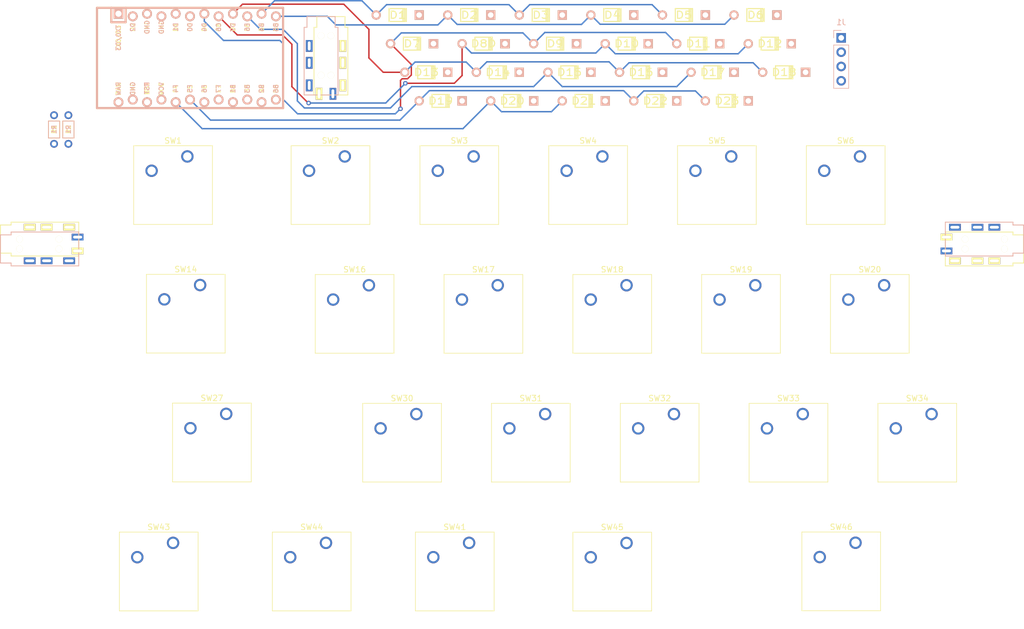
<source format=kicad_pcb>
(kicad_pcb (version 20221018) (generator pcbnew)
  (layers (0 "F.Cu" signal) (31 "B.Cu" signal) (34 "B.Paste" user) (35 "F.Paste" user) (36 "B.SilkS" user "B.Silkscreen") (37 "F.SilkS" user "F.Silkscreen") (38 "B.Mask" user) (39 "F.Mask" user) (44 "Edge.Cuts" user))
  (net 0 "")
  (net 1 "GND")
  (net 2 "VCC")
  (net 3 "SCL")
  (net 4 "SDA")
  (net 5 "col2")
  (net 6 "Net-(D42-A)")
  (net 7 "col0")
  (net 8 "Net-(D25-A)")
  (net 9 "Net-(D41-A)")
  (net 10 "Net-(D14-A)")
  (net 11 "Net-(D1-A)")
  (net 12 "Net-(D38-A)")
  (net 13 "col1")
  (net 14 "Net-(D40-A)")
  (net 15 "Net-(D16-A)")
  (net 16 "Net-(D17-A)")
  (net 17 "Net-(D18-A)")
  (net 18 "Net-(D19-A)")
  (net 19 "Net-(D3-A)")
  (net 20 "Net-(D4-A)")
  (net 21 "Net-(D5-A)")
  (net 22 "Net-(D28-A)")
  (net 23 "Net-(D29-A)")
  (net 24 "Net-(D30-A)")
  (net 25 "col3")
  (net 26 "Net-(D31-A)")
  (net 27 "Net-(D27-A)")
  (net 28 "Net-(D6-A)")
  (net 29 "Net-(D39-A)")
  (net 30 "Net-(D2-A)")
  (net 31 "Net-(D15-A)")
  (net 32 "rowA")
  (net 33 "rowB")
  (net 34 "rowF")
  (net 35 "rowE")
  (net 36 "rowD")
  (net 37 "rowC")
  (net 38 "rowG")
  (net 39 "rowH")
  (footprint "Button_Switch_Keyboard:SW_Cherry_MX_1.00u_PCB" (layer "F.Cu") (at 107.48 111.46)
    (fp_text reference "SW30")
    (fp_text value "KEYSW")
  )
  (footprint "Library:Diode" (layer "F.Cu") (at 172.745 50.8)
    (fp_text reference "D18")
    (fp_text value "VAL**" hide)
  )
  (footprint "Library:Diode" (layer "F.Cu") (at 121.945 50.8)
    (fp_text reference "D14")
    (fp_text value "VAL**" hide)
  )
  (footprint "Button_Switch_Keyboard:SW_Cherry_MX_1.00u_PCB" (layer "F.Cu") (at 153.2 111.46)
    (fp_text reference "SW32")
    (fp_text value "KEYSW")
  )
  (footprint "Library:Diode" (layer "F.Cu") (at 160.045 50.8)
    (fp_text reference "D17")
    (fp_text value "VAL**" hide)
  )
  (footprint "Library:Diode" (layer "F.Cu") (at 154.965 40.64)
    (fp_text reference "D5")
    (fp_text value "VAL**" hide)
  )
  (footprint "Button_Switch_Keyboard:SW_Cherry_MX_1.75u_PCB" (layer "F.Cu") (at 69.101281 88.564005)
    (fp_text reference "SW14")
    (fp_text value "KEYSW")
  )
  (footprint "Button_Switch_Keyboard:SW_Cherry_MX_1.00u_PCB" (layer "F.Cu") (at 198.92 111.46)
    (fp_text reference "SW34")
    (fp_text value "KEYSW")
  )
  (footprint "Button_Switch_Keyboard:SW_Cherry_MX_1.00u_PCB" (layer "F.Cu") (at 140.5 65.74)
    (fp_text reference "SW4")
    (fp_text value "KEYSW")
  )
  (footprint "Library:Diode" (layer "F.Cu") (at 147.345 50.8)
    (fp_text reference "D16")
    (fp_text value "VAL**" hide)
  )
  (footprint "Button_Switch_Keyboard:SW_Cherry_MX_2.25u_PCB" (layer "F.Cu") (at 73.733289 111.427616)
    (fp_text reference "SW27")
    (fp_text value "KEYSW")
  )
  (footprint "Library:TRRS" (layer "F.Cu") (at 213.36 82.155 -90)
    (fp_text reference "J2" hide)
    (fp_text value "4PIN" hide)
  )
  (footprint "Library:Diode" (layer "F.Cu") (at 137.185 55.88)
    (fp_text reference "D21")
    (fp_text value "VAL**" hide)
  )
  (footprint "Library:Diode" (layer "F.Cu") (at 162.585 55.88)
    (fp_text reference "D23")
    (fp_text value "VAL**" hide)
  )
  (footprint "Button_Switch_Keyboard:SW_Cherry_MX_1.00u_PCB" (layer "F.Cu") (at 186.22 65.74)
    (fp_text reference "SW6")
    (fp_text value "KEYSW")
  )
  (footprint "Library:Diode" (layer "F.Cu") (at 134.645 50.8)
    (fp_text reference "D15")
    (fp_text value "VAL**" hide)
  )
  (footprint "Button_Switch_Keyboard:SW_Cherry_MX_1.00u_PCB" (layer "F.Cu") (at 176.06 111.46)
    (fp_text reference "SW33")
    (fp_text value "KEYSW")
  )
  (footprint "Button_Switch_Keyboard:SW_Cherry_MX_1.00u_PCB" (layer "F.Cu") (at 121.92 88.6)
    (fp_text reference "SW17")
    (fp_text value "KEYSW")
  )
  (footprint "Button_Switch_Keyboard:SW_Cherry_MX_1.00u_PCB" (layer "F.Cu") (at 94.78 65.74)
    (fp_text reference "SW2")
    (fp_text value "KEYSW")
  )
  (footprint "Button_Switch_Keyboard:SW_Cherry_MX_1.50u_Plate" (layer "F.Cu") (at 66.84 65.74)
    (fp_text reference "SW1")
    (fp_text value "KEYSW")
  )
  (footprint "Library:Diode" (layer "F.Cu") (at 142.265 40.64)
    (fp_text reference "D4")
    (fp_text value "VAL**" hide)
  )
  (footprint "Button_Switch_Keyboard:SW_Cherry_MX_1.25u_PCB" (layer "F.Cu") (at 144.78 134.33793)
    (fp_text reference "SW45")
    (fp_text value "KEYSW")
  )
  (footprint "Button_Switch_Keyboard:SW_Cherry_MX_1.00u_PCB" (layer "F.Cu") (at 167.64 88.6)
    (fp_text reference "SW19")
    (fp_text value "KEYSW")
  )
  (footprint "Button_Switch_Keyboard:SW_Cherry_MX_1.00u_PCB" (layer "F.Cu") (at 116.84 134.32)
    (fp_text reference "SW41")
    (fp_text value "KEYSW")
  )
  (footprint "Button_Switch_Keyboard:SW_Cherry_MX_1.25u_PCB" (layer "F.Cu") (at 64.3 134.32)
    (fp_text reference "SW43")
    (fp_text value "KEYSW")
  )
  (footprint "Library:RESISTOR" (layer "F.Cu") (at 43.18 60.96 -90)
    (fp_text reference "R1")
    (fp_text value "R" hide)
  )
  (footprint "Library:Diode" (layer "F.Cu") (at 109.245 50.8)
    (fp_text reference "D13")
    (fp_text value "VAL**" hide)
  )
  (footprint "Library:Diode" (layer "F.Cu") (at 124.485 55.88)
    (fp_text reference "D20")
    (fp_text value "VAL**" hide)
  )
  (footprint "Library:Diode" (layer "F.Cu") (at 119.405 45.72)
    (fp_text reference "D8D")
    (fp_text value "VAL**" hide)
  )
  (footprint "Library:Diode" (layer "F.Cu") (at 132.105 45.72)
    (fp_text reference "D9")
    (fp_text value "VAL**" hide)
  )
  (footprint "Library:Diode" (layer "F.Cu") (at 111.785 55.88)
    (fp_text reference "D19")
    (fp_text value "VAL**" hide)
  )
  (footprint "Library:Diode" (layer "F.Cu") (at 144.805 45.72)
    (fp_text reference "D10")
    (fp_text value "VAL**" hide)
  )
  (footprint "Library:Diode" (layer "F.Cu") (at 104.165 40.64)
    (fp_text reference "D1")
    (fp_text value "VAL**" hide)
  )
  (footprint "Library:Diode" (layer "F.Cu") (at 116.865 40.64)
    (fp_text reference "D2")
    (fp_text value "VAL**" hide)
  )
  (footprint "Library:TRRS" (layer "F.Cu") (at 35.56 80.405 90)
    (fp_text reference "J2" hide)
    (fp_text value "4PIN" hide)
  )
  (footprint "Library:Diode" (layer "F.Cu") (at 170.205 45.72)
    (fp_text reference "D12")
    (fp_text value "VAL**" hide)
  )
  (footprint "Library:Diode" (layer "F.Cu") (at 157.505 45.72)
    (fp_text reference "D11")
    (fp_text value "VAL**" hide)
  )
  (footprint "Library:TRRS" (layer "F.Cu") (at 92.315 42.8225)
    (fp_text reference "J2" hide)
    (fp_text value "4PIN" hide)
  )
  (footprint "Library:Diode" (layer "F.Cu") (at 167.665 40.64)
    (fp_text reference "D6")
    (fp_text value "VAL**" hide)
  )
  (footprint "Button_Switch_Keyboard:SW_Cherry_MX_1.00u_PCB" (layer "F.Cu") (at 163.36 65.74)
    (fp_text reference "SW5")
    (fp_text value "KEYSW")
  )
  (footprint "Button_Switch_Keyboard:SW_Cherry_MX_1.00u_PCB" (layer "F.Cu") (at 130.34 111.46)
    (fp_text reference "SW31")
    (fp_text value "KEYSW")
  )
  (footprint "Library:Diode" (layer "F.Cu") (at 106.705 45.72)
    (fp_text reference "D7")
    (fp_text value "VAL**" hide)
  )
  (footprint "Library:Diode" (layer "F.Cu") (at 149.885 55.88)
    (fp_text reference "D22")
    (fp_text value "VAL**" hide)
  )
  (footprint "Button_Switch_Keyboard:SW_Cherry_MX_2.25u_PCB" (layer "F.Cu") (at 185.42 134.3)
    (fp_text reference "SW46")
    (fp_text value "KEYSW")
  )
  (footprint "Button_Switch_Keyboard:SW_Cherry_MX_1.00u_PCB" (layer "F.Cu") (at 190.5 88.6)
    (fp_text reference "SW20")
    (fp_text value "KEYSW")
  )
  (footprint "Button_Switch_Keyboard:SW_Cherry_MX_1.00u_PCB" (layer "F.Cu") (at 91.44 134.32)
    (fp_text reference "SW44")
    (fp_text value "KEYSW")
  )
  (footprint "Button_Switch_Keyboard:SW_Cherry_MX_1.00u_PCB" (layer "F.Cu") (at 117.64 65.74)
    (fp_text reference "SW3")
    (fp_text value "KEYSW")
  )
  (footprint "Button_Switch_Keyboard:SW_Cherry_MX_1.00u_PCB" (layer "F.Cu") (at 144.78 88.6)
    (fp_text reference "SW18")
    (fp_text value "KEYSW")
  )
  (footprint "Button_Switch_Keyboard:SW_Cherry_MX_1.00u_PCB" (layer "F.Cu") (at 99.06 88.6)
    (fp_text reference "SW16")
    (fp_text value "KEYSW")
  )
  (footprint "Library:Diode" (layer "F.Cu") (at 129.565 40.64)
    (fp_text reference "D3")
    (fp_text value "VAL**" hide)
  )
  (footprint "Library:RESISTOR" (layer "F.Cu") (at 45.72 60.96 -90)
    (fp_text reference "R2")
    (fp_text value "R" hide)
  )
  (footprint "Connector_PinSocket_2.54mm:PinSocket_1x04_P2.54mm_Vertical" (layer "B.Cu") (at 182.88 44.69461 180)
    (fp_text reference "J1")
    (fp_text value "Conn_01x04")
  )
  (footprint "Library:ArduinoProMicro-ZigZag" (layer "B.Cu") (at 68.58 48.26)
    (fp_text reference "U1" hide)
    (fp_text value "ProMicro-18mil-offset" hide)
  )
  (segment (start 102.199427 38.795573) (end 123.910573 38.795573) (width 0.254) (layer "B.Cu") (net 32))
  (segment (start 82.3214 38.1) (end 97.815 38.1) (width 0.254) (layer "B.Cu") (net 32))
  (segment (start 100.355 40.64) (end 102.199427 38.795573) (width 0.254) (layer "B.Cu") (net 32))
  (segment (start 80.01 40.4114) (end 82.3214 38.1) (width 0.254) (layer "B.Cu") (net 32))
  (segment (start 125.755 40.64) (end 127.599427 38.795573) (width 0.254) (layer "B.Cu") (net 32))
  (segment (start 127.599427 38.795573) (end 149.310573 38.795573) (width 0.254) (layer "B.Cu") (net 32))
  (segment (start 123.910573 38.795573) (end 125.755 40.64) (width 0.254) (layer "B.Cu") (net 32))
  (segment (start 97.815 38.1) (end 100.355 40.64) (width 0.254) (layer "B.Cu") (net 32))
  (segment (start 149.310573 38.795573) (end 151.155 40.64) (width 0.254) (layer "B.Cu") (net 32))
  (segment (start 138.455 40.64) (end 140.088952 42.273952) (width 0.254) (layer "B.Cu") (net 33))
  (segment (start 140.088952 42.273952) (end 162.221048 42.273952) (width 0.254) (layer "B.Cu") (net 33))
  (segment (start 82.55 40.8686) (end 91.6686 40.8686) (width 0.254) (layer "B.Cu") (net 33))
  (segment (start 113.055 40.64) (end 114.729398 42.314398) (width 0.254) (layer "B.Cu") (net 33))
  (segment (start 91.6686 40.8686) (end 93.195291 42.395291) (width 0.254) (layer "B.Cu") (net 33))
  (segment (start 162.221048 42.273952) (end 163.855 40.64) (width 0.254) (layer "B.Cu") (net 33))
  (segment (start 136.780602 42.314398) (end 138.455 40.64) (width 0.254) (layer "B.Cu") (net 33))
  (segment (start 93.195291 42.395291) (end 111.299709 42.395291) (width 0.254) (layer "B.Cu") (net 33))
  (segment (start 114.729398 42.314398) (end 136.780602 42.314398) (width 0.254) (layer "B.Cu") (net 33))
  (segment (start 111.299709 42.395291) (end 113.055 40.64) (width 0.254) (layer "B.Cu") (net 33))
  (segment (start 133.375 53.34) (end 153.695 53.34) (width 0.254) (layer "B.Cu") (net 34))
  (segment (start 130.835 50.8) (end 133.375 53.34) (width 0.254) (layer "B.Cu") (net 34))
  (segment (start 102.888914 57.131086) (end 106.68 53.34) (width 0.254) (layer "B.Cu") (net 34))
  (segment (start 86.36 55.88) (end 87.611086 57.131086) (width 0.254) (layer "B.Cu") (net 34))
  (segment (start 79.7814 43.18) (end 83.82 43.18) (width 0.254) (layer "B.Cu") (net 34))
  (segment (start 106.68 53.34) (end 128.295 53.34) (width 0.254) (layer "B.Cu") (net 34))
  (segment (start 128.295 53.34) (end 130.835 50.8) (width 0.254) (layer "B.Cu") (net 34))
  (segment (start 153.695 53.34) (end 156.235 50.8) (width 0.254) (layer "B.Cu") (net 34))
  (segment (start 77.47 40.8686) (end 79.7814 43.18) (width 0.254) (layer "B.Cu") (net 34))
  (segment (start 86.36 45.72) (end 86.36 55.88) (width 0.254) (layer "B.Cu") (net 34))
  (segment (start 83.82 43.18) (end 86.36 45.72) (width 0.254) (layer "B.Cu") (net 34))
  (segment (start 87.611086 57.131086) (end 102.888914 57.131086) (width 0.254) (layer "B.Cu") (net 34))
  (segment (start 74.93 40.4114) (end 76.62672 38.71468) (width 0.254) (layer "F.Cu") (net 35))
  (segment (start 101.6 50.8) (end 105.435 50.8) (width 0.254) (layer "F.Cu") (net 35))
  (segment (start 94.59468 38.71468) (end 99.06 43.18) (width 0.254) (layer "F.Cu") (net 35))
  (segment (start 76.62672 38.71468) (end 94.59468 38.71468) (width 0.254) (layer "F.Cu") (net 35))
  (segment (start 99.06 48.26) (end 101.6 50.8) (width 0.254) (layer "F.Cu") (net 35))
  (segment (start 99.06 43.18) (end 99.06 48.26) (width 0.254) (layer "F.Cu") (net 35))
  (segment (start 119.987414 48.947586) (end 141.682586 48.947586) (width 0.254) (layer "B.Cu") (net 35))
  (segment (start 145.225629 49.109371) (end 167.244371 49.109371) (width 0.254) (layer "B.Cu") (net 35))
  (segment (start 141.682586 48.947586) (end 143.535 50.8) (width 0.254) (layer "B.Cu") (net 35))
  (segment (start 107.246968 48.988032) (end 116.323032 48.988032) (width 0.254) (layer "B.Cu") (net 35))
  (segment (start 105.435 50.8) (end 107.246968 48.988032) (width 0.254) (layer "B.Cu") (net 35))
  (segment (start 116.323032 48.988032) (end 118.135 50.8) (width 0.254) (layer "B.Cu") (net 35))
  (segment (start 118.135 50.8) (end 119.987414 48.947586) (width 0.254) (layer "B.Cu") (net 35))
  (segment (start 167.244371 49.109371) (end 168.935 50.8) (width 0.254) (layer "B.Cu") (net 35))
  (segment (start 143.535 50.8) (end 145.225629 49.109371) (width 0.254) (layer "B.Cu") (net 35))
  (segment (start 105.529528 52.752155) (end 114.218731 52.749535) (width 0.254) (layer "F.Cu") (net 36))
  (segment (start 105.531403 52.749535) (end 105.529528 52.752155) (width 0.254) (layer "F.Cu") (net 36))
  (segment (start 88.29043 56.257498) (end 88.362335 56.257498) (width 0.254) (layer "F.Cu") (net 36))
  (segment (start 114.218731 52.749535) (end 115.595 51.373266) (width 0.254) (layer "F.Cu") (net 36))
  (segment (start 72.39 40.8686) (end 75.696327 44.174927) (width 0.254) (layer "F.Cu") (net 36))
  (segment (start 88.362335 56.257498) (end 88.362335 56.329403) (width 0.254) (layer "F.Cu") (net 36))
  (segment (start 85.389161 45.833224) (end 85.389161 53.356229) (width 0.254) (layer "F.Cu") (net 36))
  (segment (start 75.696327 44.174927) (end 83.730864 44.174927) (width 0.254) (layer "F.Cu") (net 36))
  (segment (start 85.389161 53.356229) (end 88.29043 56.257498) (width 0.254) (layer "F.Cu") (net 36))
  (segment (start 83.730864 44.174927) (end 85.389161 45.833224) (width 0.254) (layer "F.Cu") (net 36))
  (segment (start 88.362335 56.329403) (end 88.283188 56.250256) (width 0.254) (layer "F.Cu") (net 36))
  (segment (start 115.595 51.373266) (end 115.595 45.72) (width 0.254) (layer "F.Cu") (net 36))
  (via (at 105.529528 52.752155) (size 0.8) (drill 0.4) (layers "F.Cu" "B.Cu") (net 36))
  (via (at 88.362335 56.257498) (size 0.8) (drill 0.4) (layers "F.Cu" "B.Cu") (net 36))
  (segment (start 105.529528 52.752155) (end 102.419659 55.862024) (width 0.254) (layer "B.Cu") (net 36))
  (segment (start 139.334084 47.380916) (end 140.995 45.72) (width 0.254) (layer "B.Cu") (net 36))
  (segment (start 117.255916 47.380916) (end 139.334084 47.380916) (width 0.254) (layer "B.Cu") (net 36))
  (segment (start 164.599263 47.515737) (end 166.395 45.72) (width 0.254) (layer "B.Cu") (net 36))
  (segment (start 140.995 45.72) (end 142.790737 47.515737) (width 0.254) (layer "B.Cu") (net 36))
  (segment (start 102.04216 56.257498) (end 88.362335 56.257498) (width 0.254) (layer "B.Cu") (net 36))
  (segment (start 115.595 45.72) (end 117.255916 47.380916) (width 0.254) (layer "B.Cu") (net 36))
  (segment (start 142.790737 47.515737) (end 164.599263 47.515737) (width 0.254) (layer "B.Cu") (net 36))
  (segment (start 102.419659 55.879999) (end 102.04216 56.257498) (width 0.254) (layer "B.Cu") (net 36))
  (segment (start 102.419659 55.862024) (end 102.419659 55.879999) (width 0.254) (layer "B.Cu") (net 36))
  (segment (start 106.5875 51.277382) (end 106.5875 49.4125) (width 0.254) (layer "F.Cu") (net 37))
  (segment (start 104.666674 52.243444) (end 104.957618 51.9525) (width 0.254) (layer "F.Cu") (net 37))
  (segment (start 104.666674 57.282137) (end 104.666674 52.243444) (width 0.254) (layer "F.Cu") (net 37))
  (segment (start 105.912382 51.9525) (end 106.5875 51.277382) (width 0.254) (layer "F.Cu") (net 37))
  (segment (start 104.957618 51.9525) (end 105.912382 51.9525) (width 0.254) (layer "F.Cu") (net 37))
  (segment (start 106.5875 49.4125) (end 102.895 45.72) (width 0.254) (layer "F.Cu") (net 37))
  (via (at 104.666674 57.282137) (size 0.8) (drill 0.4) (layers "F.Cu" "B.Cu") (net 37))
  (segment (start 104.666674 57.282137) (end 104.666674 57.248059) (width 0.254) (layer "B.Cu") (net 37))
  (segment (start 104.632596 57.282137) (end 104.666674 57.282137) (width 0.254) (layer "B.Cu") (net 37))
  (segment (start 104.798723 43.816277) (end 126.391277 43.816277) (width 0.254) (layer "B.Cu") (net 37))
  (segment (start 86.396953 58.173701) (end 103.741032 58.173701) (width 0.254) (layer "B.Cu") (net 37))
  (segment (start 83.253624 45.153624) (end 83.82 45.72) (width 0.254) (layer "B.Cu") (net 37))
  (segment (start 126.391277 43.816277) (end 128.295 45.72) (width 0.254) (layer "B.Cu") (net 37))
  (segment (start 151.710385 43.735385) (end 153.695 45.72) (width 0.254) (layer "B.Cu") (net 37))
  (segment (start 83.82 45.72) (end 83.82 55.596748) (width 0.254) (layer "B.Cu") (net 37))
  (segment (start 128.295 45.72) (end 130.279615 43.735385) (width 0.254) (layer "B.Cu") (net 37))
  (segment (start 83.82 55.596748) (end 86.396953 58.173701) (width 0.254) (layer "B.Cu") (net 37))
  (segment (start 102.895 45.72) (end 104.798723 43.816277) (width 0.254) (layer "B.Cu") (net 37))
  (segment (start 130.279615 43.735385) (end 151.710385 43.735385) (width 0.254) (layer "B.Cu") (net 37))
  (segment (start 104.666674 57.248059) (end 104.621862 57.292871) (width 0.254) (layer "B.Cu") (net 37))
  (segment (start 73.255537 45.153624) (end 83.253624 45.153624) (width 0.254) (layer "B.Cu") (net 37))
  (segment (start 69.85 41.748087) (end 73.255537 45.153624) (width 0.254) (layer "B.Cu") (net 37))
  (segment (start 103.741032 58.173701) (end 104.632596 57.282137) (width 0.254) (layer "B.Cu") (net 37))
  (segment (start 69.85 40.4114) (end 69.85 41.748087) (width 0.254) (layer "B.Cu") (net 37))
  (segment (start 70.94682 59.28822) (end 104.56678 59.28822) (width 0.254) (layer "B.Cu") (net 38))
  (segment (start 146.075 55.88) (end 147.838407 54.116593) (width 0.254) (layer "B.Cu") (net 38))
  (segment (start 144.267056 54.062665) (end 146.075 55.870609) (width 0.254) (layer "B.Cu") (net 38))
  (segment (start 107.975 55.88) (end 109.792335 54.062665) (width 0.254) (layer "B.Cu") (net 38))
  (segment (start 157.011593 54.116593) (end 158.775 55.88) (width 0.254) (layer "B.Cu") (net 38))
  (segment (start 109.792335 54.062665) (end 144.267056 54.062665) (width 0.254) (layer "B.Cu") (net 38))
  (segment (start 104.56678 59.28822) (end 107.975 55.88) (width 0.254) (layer "B.Cu") (net 38))
  (segment (start 146.075 55.870609) (end 146.075 55.88) (width 0.254) (layer "B.Cu") (net 38))
  (segment (start 147.838407 54.116593) (end 157.011593 54.116593) (width 0.254) (layer "B.Cu") (net 38))
  (segment (start 67.31 55.6514) (end 70.94682 59.28822) (width 0.254) (layer "B.Cu") (net 38))
  (segment (start 115.748671 60.806329) (end 120.675 55.88) (width 0.254) (layer "B.Cu") (net 39))
  (segment (start 69.467729 60.806329) (end 115.748671 60.806329) (width 0.254) (layer "B.Cu") (net 39))
  (segment (start 64.77 56.1086) (end 69.467729 60.806329) (width 0.254) (layer "B.Cu") (net 39))
  (segment (start 122.589456 57.794456) (end 131.460544 57.794456) (width 0.254) (layer "B.Cu") (net 39))
  (segment (start 120.675 55.88) (end 122.589456 57.794456) (width 0.254) (layer "B.Cu") (net 39))
  (segment (start 131.460544 57.794456) (end 133.375 55.88) (width 0.254) (layer "B.Cu") (net 39))
)
</source>
